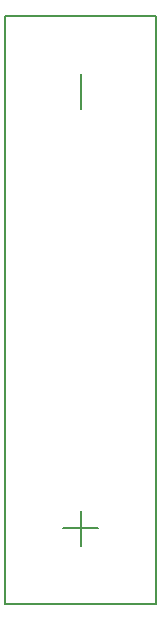
<source format=gbo>
G04 #@! TF.FileFunction,Legend,Bot*
%FSLAX46Y46*%
G04 Gerber Fmt 4.6, Leading zero omitted, Abs format (unit mm)*
G04 Created by KiCad (PCBNEW 201609280951+7255~55~ubuntu14.04.1-) date Wed Oct 12 05:15:32 2016*
%MOMM*%
%LPD*%
G01*
G04 APERTURE LIST*
%ADD10C,0.100000*%
%ADD11C,0.200000*%
%ADD12C,2.000000*%
%ADD13C,1.600000*%
%ADD14C,1.000000*%
%ADD15C,1.000000*%
G04 APERTURE END LIST*
D10*
D11*
X123600000Y-85100000D02*
X123600000Y-134900000D01*
X123600000Y-134900000D02*
X136400000Y-134900000D01*
X136400000Y-134900000D02*
X136400000Y-85100000D01*
X136400000Y-85100000D02*
X123600000Y-85100000D01*
X130000000Y-90000000D02*
X130000000Y-93000000D01*
X130000000Y-130000000D02*
X130000000Y-127000000D01*
X128500000Y-128500000D02*
X131500000Y-128500000D01*
%LPC*%
D12*
X112750000Y-128750000D03*
X117250000Y-128750000D03*
X117250000Y-122250000D03*
X112750000Y-122250000D03*
X130000000Y-87650000D03*
X130000000Y-132350000D03*
D13*
X121000000Y-124500000D03*
X121000000Y-126500000D03*
X121000000Y-122500000D03*
D12*
X121000000Y-120400000D03*
X121000000Y-128600000D03*
D14*
X144713136Y-124456028D03*
D15*
X144601367Y-124511998D02*
X144824905Y-124400058D01*
D14*
X146705664Y-128435014D03*
D15*
X146593895Y-128490984D02*
X146817433Y-128379044D01*
D14*
X146522469Y-121369150D03*
D15*
X146120100Y-121570642D02*
X146924838Y-121167658D01*
D14*
X150261257Y-128835338D03*
D15*
X149858888Y-129036830D02*
X150663626Y-128633846D01*
D14*
X138505000Y-115540000D03*
X139521000Y-110460000D03*
X137489000Y-110460000D03*
M02*

</source>
